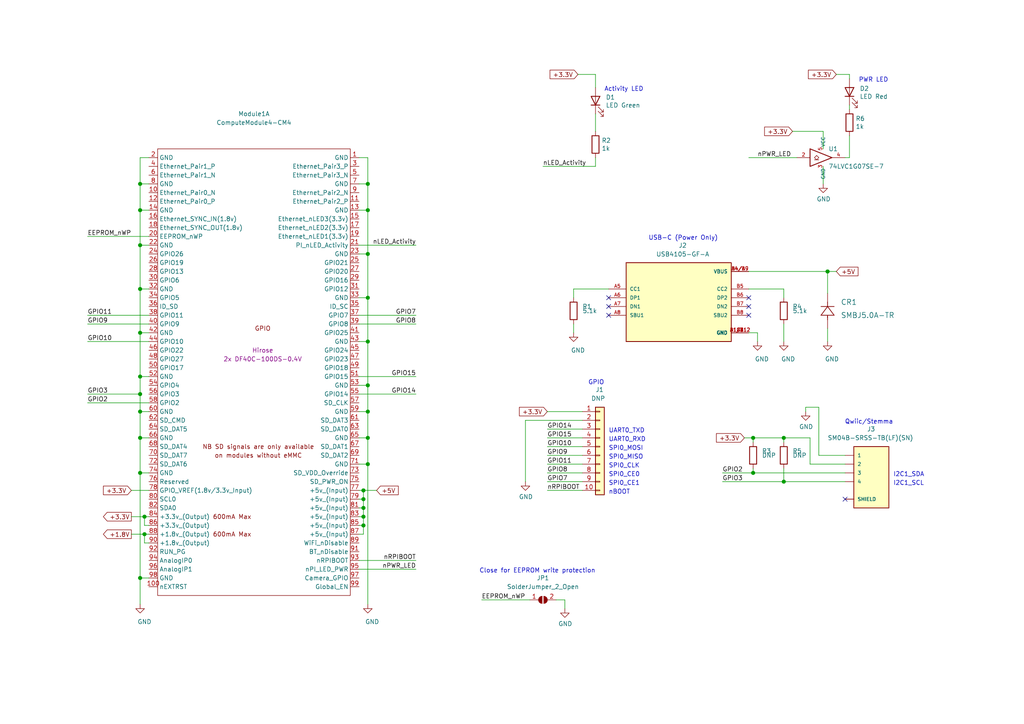
<source format=kicad_sch>
(kicad_sch (version 20201015) (generator eeschema)
  (page 1 3)
  (paper "A4")
  (title_block (title "Raspberry Pi Compute Module 4 Carrier Template") (date "2020-10-31") (rev "v01") (comment 2 "creativecommons.org/licenses/by-sa/4.0") (comment 3 "License: CC BY-SA 4.0") (comment 4 "Author: Shawn Hymel"))
  (lib_symbols
    (symbol "2020-11-06_22-01-36:SMBJ5.0A-TR" (pin_numbers hide) (pin_names (offset -1.651) hide)
      (property "Reference" "CR" (at 5.08 4.445 0))
      (property "Value" "SMBJ5.0A-TR" (at 5.08 -7.62 0))
      (symbol "SMBJ5.0A-TR_1_1"
        (polyline (pts (xy 2.54 0) (xy 3.4798 0)) (stroke (width 0.2032)))
        (polyline (pts (xy 3.81 1.905) (xy 3.81 -1.905)) (stroke (width 0.2032)))
        (polyline (pts (xy 3.175 0) (xy 3.81 0)) (stroke (width 0.2032)))
        (polyline (pts (xy 6.35 -1.905) (xy 6.35 1.905)) (stroke (width 0.2032)))
        (polyline (pts (xy 6.35 0) (xy 7.62 0)) (stroke (width 0.2032)))
        (polyline (pts (xy 6.35 0) (xy 3.81 1.905)) (stroke (width 0.2032)))
        (polyline (pts (xy 3.81 -1.905) (xy 6.35 0)) (stroke (width 0.2032)))
        (pin unspecified line (at 10.16 0 180) (length 2.54) (name "1") (number "1"))
        (pin unspecified line (at 0 0 0) (length 2.54) (name "2") (number "2"))
      )
    )
    (symbol "CM4IO:74LVC1G07_copy"
      (property "Reference" "U" (at -2.54 3.81 0))
      (property "Value" "74LVC1G07_copy" (at 0 -3.81 0))
      (symbol "74LVC1G07_copy_0_1"
        (polyline (pts (xy -2.54 -0.635) (xy -1.27 -0.635)))
        (polyline (pts (xy -3.81 2.54) (xy -3.81 -2.54) (xy 2.54 0) (xy -3.81 2.54)) (stroke (width 0.254)))
        (polyline (pts (xy -1.905 0.635) (xy -2.54 0) (xy -1.905 -0.635) (xy -1.27 0) (xy -1.905 0.635)))
      )
      (symbol "74LVC1G07_copy_1_1"
        (pin input line (at -7.62 0 0) (length 3.81) (name "~") (number "2"))
        (pin power_in line (at 0 -2.54 270) (length 0) (name "GND") (number "3"))
        (pin open_collector line (at 6.35 0 180) (length 3.81) (name "~") (number "4"))
        (pin power_in line (at 0 2.54 90) (length 0) (name "VCC") (number "5"))
      )
    )
    (symbol "CM4IO:ComputeModule4-CM4"
      (property "Reference" "Module" (at 113.03 -68.58 0))
      (property "Value" "ComputeModule4-CM4" (at 140.97 2.54 0))
      (property "Manufacturer" "Hirose" (at 0 0 0))
      (property "MPN" "2x DF40C-100DS-0.4V" (at 0 -2.54 0))
      (property "MPN (Alt)" "2x DF40HC(3.0)-100DS-0.4V" (at 0 0 0))
      (symbol "ComputeModule4-CM4_1_0"
        (text "GPIO" (at 0 6.35 0) (effects (font (size 1.27 1.27))))
      )
      (symbol "ComputeModule4-CM4_1_1"
        (text "600mA Max" (at -8.89 -53.34 0) (effects (font (size 1.27 1.27))))
        (text "600mA Max" (at -8.89 -48.26 0) (effects (font (size 1.27 1.27))))
        (text "NB SD signals are only available" (at -1.27 -27.94 0) (effects (font (size 1.27 1.27))))
        (text "on modules without eMMC" (at -1.27 -30.48 0) (effects (font (size 1.27 1.27))))
        (rectangle (start -30.48 -71.12) (end 25.4 58.42))
        (pin power_in line (at 27.94 55.88 180) (length 2.54) (name "GND") (number "1"))
        (pin passive line (at -33.02 45.72 0) (length 2.54) (name "Ethernet_Pair0_N") (number "10"))
        (pin output line (at -33.02 -68.58 0) (length 2.54) (name "nEXTRST") (number "100"))
        (pin passive line (at 27.94 43.18 180) (length 2.54) (name "Ethernet_Pair2_P") (number "11"))
        (pin passive line (at -33.02 43.18 0) (length 2.54) (name "Ethernet_Pair0_P") (number "12"))
        (pin power_in line (at 27.94 40.64 180) (length 2.54) (name "GND") (number "13"))
        (pin power_in line (at -33.02 40.64 0) (length 2.54) (name "GND") (number "14"))
        (pin output line (at 27.94 38.1 180) (length 2.54) (name "Ethernet_nLED3(3.3v)") (number "15"))
        (pin input line (at -33.02 38.1 0) (length 2.54) (name "Ethernet_SYNC_IN(1.8v)") (number "16"))
        (pin output line (at 27.94 35.56 180) (length 2.54) (name "Ethernet_nLED2(3.3v)") (number "17"))
        (pin input line (at -33.02 35.56 0) (length 2.54) (name "Ethernet_SYNC_OUT(1.8v)") (number "18"))
        (pin output line (at 27.94 33.02 180) (length 2.54) (name "Ethernet_nLED1(3.3v)") (number "19"))
        (pin power_in line (at -33.02 55.88 0) (length 2.54) (name "GND") (number "2"))
        (pin passive line (at -33.02 33.02 0) (length 2.54) (name "EEPROM_nWP") (number "20"))
        (pin open_collector line (at 27.94 30.48 180) (length 2.54) (name "PI_nLED_Activity") (number "21"))
        (pin power_in line (at -33.02 30.48 0) (length 2.54) (name "GND") (number "22"))
        (pin power_in line (at 27.94 27.94 180) (length 2.54) (name "GND") (number "23"))
        (pin passive line (at -33.02 27.94 0) (length 2.54) (name "GPIO26") (number "24"))
        (pin passive line (at 27.94 25.4 180) (length 2.54) (name "GPIO21") (number "25"))
        (pin passive line (at -33.02 25.4 0) (length 2.54) (name "GPIO19") (number "26"))
        (pin passive line (at 27.94 22.86 180) (length 2.54) (name "GPIO20") (number "27"))
        (pin passive line (at -33.02 22.86 0) (length 2.54) (name "GPIO13") (number "28"))
        (pin passive line (at 27.94 20.32 180) (length 2.54) (name "GPIO16") (number "29"))
        (pin passive line (at 27.94 53.34 180) (length 2.54) (name "Ethernet_Pair3_P") (number "3"))
        (pin passive line (at -33.02 20.32 0) (length 2.54) (name "GPIO6") (number "30"))
        (pin passive line (at 27.94 17.78 180) (length 2.54) (name "GPIO12") (number "31"))
        (pin power_in line (at -33.02 17.78 0) (length 2.54) (name "GND") (number "32"))
        (pin power_in line (at 27.94 15.24 180) (length 2.54) (name "GND") (number "33"))
        (pin passive line (at -33.02 15.24 0) (length 2.54) (name "GPIO5") (number "34"))
        (pin passive line (at 27.94 12.7 180) (length 2.54) (name "ID_SC") (number "35"))
        (pin passive line (at -33.02 12.7 0) (length 2.54) (name "ID_SD") (number "36"))
        (pin passive line (at 27.94 10.16 180) (length 2.54) (name "GPIO7") (number "37"))
        (pin passive line (at -33.02 10.16 0) (length 2.54) (name "GPIO11") (number "38"))
        (pin passive line (at 27.94 7.62 180) (length 2.54) (name "GPIO8") (number "39"))
        (pin passive line (at -33.02 53.34 0) (length 2.54) (name "Ethernet_Pair1_P") (number "4"))
        (pin passive line (at -33.02 7.62 0) (length 2.54) (name "GPIO9") (number "40"))
        (pin passive line (at 27.94 5.08 180) (length 2.54) (name "GPIO25") (number "41"))
        (pin power_in line (at -33.02 5.08 0) (length 2.54) (name "GND") (number "42"))
        (pin power_in line (at 27.94 2.54 180) (length 2.54) (name "GND") (number "43"))
        (pin passive line (at -33.02 2.54 0) (length 2.54) (name "GPIO10") (number "44"))
        (pin passive line (at 27.94 0 180) (length 2.54) (name "GPIO24") (number "45"))
        (pin passive line (at -33.02 0 0) (length 2.54) (name "GPIO22") (number "46"))
        (pin passive line (at 27.94 -2.54 180) (length 2.54) (name "GPIO23") (number "47"))
        (pin passive line (at -33.02 -2.54 0) (length 2.54) (name "GPIO27") (number "48"))
        (pin passive line (at 27.94 -5.08 180) (length 2.54) (name "GPIO18") (number "49"))
        (pin passive line (at 27.94 50.8 180) (length 2.54) (name "Ethernet_Pair3_N") (number "5"))
        (pin passive line (at -33.02 -5.08 0) (length 2.54) (name "GPIO17") (number "50"))
        (pin passive line (at 27.94 -7.62 180) (length 2.54) (name "GPIO15") (number "51"))
        (pin power_in line (at -33.02 -7.62 0) (length 2.54) (name "GND") (number "52"))
        (pin power_in line (at 27.94 -10.16 180) (length 2.54) (name "GND") (number "53"))
        (pin passive line (at -33.02 -10.16 0) (length 2.54) (name "GPIO4") (number "54"))
        (pin passive line (at 27.94 -12.7 180) (length 2.54) (name "GPIO14") (number "55"))
        (pin passive line (at -33.02 -12.7 0) (length 2.54) (name "GPIO3") (number "56"))
        (pin passive line (at 27.94 -15.24 180) (length 2.54) (name "SD_CLK") (number "57"))
        (pin passive line (at -33.02 -15.24 0) (length 2.54) (name "GPIO2") (number "58"))
        (pin power_in line (at 27.94 -17.78 180) (length 2.54) (name "GND") (number "59"))
        (pin passive line (at -33.02 50.8 0) (length 2.54) (name "Ethernet_Pair1_N") (number "6"))
        (pin power_in line (at -33.02 -17.78 0) (length 2.54) (name "GND") (number "60"))
        (pin passive line (at 27.94 -20.32 180) (length 2.54) (name "SD_DAT3") (number "61"))
        (pin passive line (at -33.02 -20.32 0) (length 2.54) (name "SD_CMD") (number "62"))
        (pin passive line (at 27.94 -22.86 180) (length 2.54) (name "SD_DAT0") (number "63"))
        (pin passive line (at -33.02 -22.86 0) (length 2.54) (name "SD_DAT5") (number "64"))
        (pin power_in line (at 27.94 -25.4 180) (length 2.54) (name "GND") (number "65"))
        (pin power_in line (at -33.02 -25.4 0) (length 2.54) (name "GND") (number "66"))
        (pin passive line (at 27.94 -27.94 180) (length 2.54) (name "SD_DAT1") (number "67"))
        (pin passive line (at -33.02 -27.94 0) (length 2.54) (name "SD_DAT4") (number "68"))
        (pin passive line (at 27.94 -30.48 180) (length 2.54) (name "SD_DAT2") (number "69"))
        (pin power_in line (at 27.94 48.26 180) (length 2.54) (name "GND") (number "7"))
        (pin passive line (at -33.02 -30.48 0) (length 2.54) (name "SD_DAT7") (number "70"))
        (pin power_in line (at 27.94 -33.02 180) (length 2.54) (name "GND") (number "71"))
        (pin passive line (at -33.02 -33.02 0) (length 2.54) (name "SD_DAT6") (number "72"))
        (pin input line (at 27.94 -35.56 180) (length 2.54) (name "SD_VDD_Override") (number "73"))
        (pin power_in line (at -33.02 -35.56 0) (length 2.54) (name "GND") (number "74"))
        (pin output line (at 27.94 -38.1 180) (length 2.54) (name "SD_PWR_ON") (number "75"))
        (pin passive line (at -33.02 -38.1 0) (length 2.54) (name "Reserved") (number "76"))
        (pin power_in line (at 27.94 -40.64 180) (length 2.54) (name "+5v_(Input)") (number "77"))
        (pin power_in line (at -33.02 -40.64 0) (length 2.54) (name "GPIO_VREF(1.8v/3.3v_Input)") (number "78"))
        (pin power_in line (at 27.94 -43.18 180) (length 2.54) (name "+5v_(Input)") (number "79"))
        (pin power_in line (at -33.02 48.26 0) (length 2.54) (name "GND") (number "8"))
        (pin passive line (at -33.02 -43.18 0) (length 2.54) (name "SCL0") (number "80"))
        (pin power_in line (at 27.94 -45.72 180) (length 2.54) (name "+5v_(Input)") (number "81"))
        (pin passive line (at -33.02 -45.72 0) (length 2.54) (name "SDA0") (number "82"))
        (pin power_in line (at 27.94 -48.26 180) (length 2.54) (name "+5v_(Input)") (number "83"))
        (pin power_out line (at -33.02 -48.26 0) (length 2.54) (name "+3.3v_(Output)") (number "84"))
        (pin power_in line (at 27.94 -50.8 180) (length 2.54) (name "+5v_(Input)") (number "85"))
        (pin power_out line (at -33.02 -50.8 0) (length 2.54) (name "+3.3v_(Output)") (number "86"))
        (pin power_in line (at 27.94 -53.34 180) (length 2.54) (name "+5v_(Input)") (number "87"))
        (pin power_out line (at -33.02 -53.34 0) (length 2.54) (name "+1.8v_(Output)") (number "88"))
        (pin power_in line (at 27.94 -55.88 180) (length 2.54) (name "WiFi_nDisable") (number "89"))
        (pin passive line (at 27.94 45.72 180) (length 2.54) (name "Ethernet_Pair2_N") (number "9"))
        (pin power_out line (at -33.02 -55.88 0) (length 2.54) (name "+1.8v_(Output)") (number "90"))
        (pin power_in line (at 27.94 -58.42 180) (length 2.54) (name "BT_nDisable") (number "91"))
        (pin passive line (at -33.02 -58.42 0) (length 2.54) (name "RUN_PG") (number "92"))
        (pin input line (at 27.94 -60.96 180) (length 2.54) (name "nRPIBOOT") (number "93"))
        (pin passive line (at -33.02 -60.96 0) (length 2.54) (name "AnalogIP0") (number "94"))
        (pin output line (at 27.94 -63.5 180) (length 2.54) (name "nPI_LED_PWR") (number "95"))
        (pin passive line (at -33.02 -63.5 0) (length 2.54) (name "AnalogIP1") (number "96"))
        (pin passive line (at 27.94 -66.04 180) (length 2.54) (name "Camera_GPIO") (number "97"))
        (pin power_in line (at -33.02 -66.04 0) (length 2.54) (name "GND") (number "98"))
        (pin input line (at 27.94 -68.58 180) (length 2.54) (name "Global_EN") (number "99"))
      )
      (symbol "ComputeModule4-CM4_2_1"
        (text "High Speed Serial" (at 140.97 0 0) (effects (font (size 1.27 1.27))))
        (rectangle (start 114.3 -66.04) (end 165.1 63.5))
        (pin input line (at 170.18 60.96 180) (length 5.08) (name "USB_OTG_ID") (number "101"))
        (pin input line (at 109.22 60.96 0) (length 5.08) (name "PCIe_CLK_nREQ") (number "102"))
        (pin passive line (at 170.18 58.42 180) (length 5.08) (name "USB2_N") (number "103"))
        (pin passive line (at 109.22 58.42 0) (length 5.08) (name "Reserved") (number "104"))
        (pin passive line (at 170.18 55.88 180) (length 5.08) (name "USB2_P") (number "105"))
        (pin passive line (at 109.22 55.88 0) (length 5.08) (name "Reserved") (number "106"))
        (pin power_in line (at 170.18 53.34 180) (length 5.08) (name "GND") (number "107"))
        (pin power_in line (at 109.22 53.34 0) (length 5.08) (name "GND") (number "108"))
        (pin bidirectional line (at 170.18 50.8 180) (length 5.08) (name "PCIe_nRST") (number "109"))
        (pin output line (at 109.22 50.8 0) (length 5.08) (name "PCIe_CLK_P") (number "110"))
        (pin passive line (at 170.18 48.26 180) (length 5.08) (name "VDAC_COMP") (number "111"))
        (pin output line (at 109.22 48.26 0) (length 5.08) (name "PCIe_CLK_N") (number "112"))
        (pin power_in line (at 170.18 45.72 180) (length 5.08) (name "GND") (number "113"))
        (pin power_in line (at 109.22 45.72 0) (length 5.08) (name "GND") (number "114"))
        (pin input line (at 170.18 43.18 180) (length 5.08) (name "CAM1_D0_N") (number "115"))
        (pin input line (at 109.22 43.18 0) (length 5.08) (name "PCIe_RX_P") (number "116"))
        (pin input line (at 170.18 40.64 180) (length 5.08) (name "CAM1_D0_P") (number "117"))
        (pin input line (at 109.22 40.64 0) (length 5.08) (name "PCIe_RX_N") (number "118"))
        (pin power_in line (at 170.18 38.1 180) (length 5.08) (name "GND") (number "119"))
        (pin power_in line (at 109.22 38.1 0) (length 5.08) (name "GND") (number "120"))
        (pin input line (at 170.18 35.56 180) (length 5.08) (name "CAM1_D1_N") (number "121"))
        (pin output line (at 109.22 35.56 0) (length 5.08) (name "PCIe_TX_P") (number "122"))
        (pin input line (at 170.18 33.02 180) (length 5.08) (name "CAM1_D1_P") (number "123"))
        (pin output line (at 109.22 33.02 0) (length 5.08) (name "PCIe_TX_N") (number "124"))
        (pin power_in line (at 170.18 30.48 180) (length 5.08) (name "GND") (number "125"))
        (pin power_in line (at 109.22 30.48 0) (length 5.08) (name "GND") (number "126"))
        (pin input line (at 170.18 27.94 180) (length 5.08) (name "CAM1_C_N") (number "127"))
        (pin input line (at 109.22 27.94 0) (length 5.08) (name "CAM0_D0_N") (number "128"))
        (pin input line (at 170.18 25.4 180) (length 5.08) (name "CAM1_C_P") (number "129"))
        (pin input line (at 109.22 25.4 0) (length 5.08) (name "CAM0_D0_P") (number "130"))
        (pin power_in line (at 170.18 22.86 180) (length 5.08) (name "GND") (number "131"))
        (pin power_in line (at 109.22 22.86 0) (length 5.08) (name "GND") (number "132"))
        (pin input line (at 170.18 20.32 180) (length 5.08) (name "CAM1_D2_N") (number "133"))
        (pin input line (at 109.22 20.32 0) (length 5.08) (name "CAM0_D1_N") (number "134"))
        (pin input line (at 170.18 17.78 180) (length 5.08) (name "CAM1_D2_P") (number "135"))
        (pin input line (at 109.22 17.78 0) (length 5.08) (name "CAM0_D1_P") (number "136"))
        (pin power_in line (at 170.18 15.24 180) (length 5.08) (name "GND") (number "137"))
        (pin power_in line (at 109.22 15.24 0) (length 5.08) (name "GND") (number "138"))
        (pin input line (at 170.18 12.7 180) (length 5.08) (name "CAM1_D3_N") (number "139"))
        (pin input line (at 109.22 12.7 0) (length 5.08) (name "CAM0_C_N") (number "140"))
        (pin input line (at 170.18 10.16 180) (length 5.08) (name "CAM1_D3_P") (number "141"))
        (pin input line (at 109.22 10.16 0) (length 5.08) (name "CAM0_C_P") (number "142"))
        (pin input line (at 170.18 7.62 180) (length 5.08) (name "HDMI1_HOTPLUG") (number "143"))
        (pin power_in line (at 109.22 7.62 0) (length 5.08) (name "GND") (number "144"))
        (pin bidirectional line (at 170.18 5.08 180) (length 5.08) (name "HDMI1_SDA") (number "145"))
        (pin output line (at 109.22 5.08 0) (length 5.08) (name "HDMI1_TX2_P") (number "146"))
        (pin open_collector line (at 170.18 2.54 180) (length 5.08) (name "HDMI1_SCL") (number "147"))
        (pin output line (at 109.22 2.54 0) (length 5.08) (name "HDMI1_TX2_N") (number "148"))
        (pin open_collector line (at 170.18 0 180) (length 5.08) (name "HDMI1_CEC") (number "149"))
        (pin power_in line (at 109.22 0 0) (length 5.08) (name "GND") (number "150"))
        (pin open_collector line (at 170.18 -2.54 180) (length 5.08) (name "HDMI0_CEC") (number "151"))
        (pin output line (at 109.22 -2.54 0) (length 5.08) (name "HDMI1_TX1_P") (number "152"))
        (pin input line (at 170.18 -5.08 180) (length 5.08) (name "HDMI0_HOTPLUG") (number "153"))
        (pin output line (at 109.22 -5.08 0) (length 5.08) (name "HDMI1_TX1_N") (number "154"))
        (pin power_in line (at 170.18 -7.62 180) (length 5.08) (name "GND") (number "155"))
        (pin power_in line (at 109.22 -7.62 0) (length 5.08) (name "GND") (number "156"))
        (pin output line (at 170.18 -10.16 180) (length 5.08) (name "DSI0_D0_N") (number "157"))
        (pin output line (at 109.22 -10.16 0) (length 5.08) (name "HDMI1_TX0_P") (number "158"))
        (pin output line (at 170.18 -12.7 180) (length 5.08) (name "DSI0_D0_P") (number "159"))
        (pin output line (at 109.22 -12.7 0) (length 5.08) (name "HDMI1_TX0_N") (number "160"))
        (pin power_in line (at 170.18 -15.24 180) (length 5.08) (name "GND") (number "161"))
        (pin power_in line (at 109.22 -15.24 0) (length 5.08) (name "GND") (number "162"))
        (pin output line (at 170.18 -17.78 180) (length 5.08) (name "DSI0_D1_N") (number "163"))
        (pin output line (at 109.22 -17.78 0) (length 5.08) (name "HDMI1_CLK_P") (number "164"))
        (pin output line (at 170.18 -20.32 180) (length 5.08) (name "DSI0_D1_P") (number "165"))
        (pin output line (at 109.22 -20.32 0) (length 5.08) (name "HDMI1_CLK_N") (number "166"))
        (pin power_in line (at 170.18 -22.86 180) (length 5.08) (name "GND") (number "167"))
        (pin power_in line (at 109.22 -22.86 0) (length 5.08) (name "GND") (number "168"))
        (pin output line (at 170.18 -25.4 180) (length 5.08) (name "DSI0_C_N") (number "169"))
        (pin output line (at 109.22 -25.4 0) (length 5.08) (name "HDMI0_TX2_P") (number "170"))
        (pin output line (at 170.18 -27.94 180) (length 5.08) (name "DSI0_C_P") (number "171"))
        (pin output line (at 109.22 -27.94 0) (length 5.08) (name "HDMI0_TX2_N") (number "172"))
        (pin power_in line (at 170.18 -30.48 180) (length 5.08) (name "GND") (number "173"))
        (pin power_in line (at 109.22 -30.48 0) (length 5.08) (name "GND") (number "174"))
        (pin output line (at 170.18 -33.02 180) (length 5.08) (name "DSI1_D0_N") (number "175"))
        (pin output line (at 109.22 -33.02 0) (length 5.08) (name "HDMI0_TX1_P") (number "176"))
        (pin output line (at 170.18 -35.56 180) (length 5.08) (name "DSI1_D0_P") (number "177"))
        (pin output line (at 109.22 -35.56 0) (length 5.08) (name "HDMI0_TX1_N") (number "178"))
        (pin power_in line (at 170.18 -38.1 180) (length 5.08) (name "GND") (number "179"))
        (pin power_in line (at 109.22 -38.1 0) (length 5.08) (name "GND") (number "180"))
        (pin output line (at 170.18 -40.64 180) (length 5.08) (name "DSI1_D1_N") (number "181"))
        (pin output line (at 109.22 -40.64 0) (length 5.08) (name "HDMI0_TX0_P") (number "182"))
        (pin output line (at 170.18 -43.18 180) (length 5.08) (name "DSI1_D1_P") (number "183"))
        (pin output line (at 109.22 -43.18 0) (length 5.08) (name "HDMI0_TX0_N") (number "184"))
        (pin power_in line (at 170.18 -45.72 180) (length 5.08) (name "GND") (number "185"))
        (pin power_in line (at 109.22 -45.72 0) (length 5.08) (name "GND") (number "186"))
        (pin output line (at 170.18 -48.26 180) (length 5.08) (name "DSI1_C_N") (number "187"))
        (pin output line (at 109.22 -48.26 0) (length 5.08) (name "HDMI0_CLK_P") (number "188"))
        (pin output line (at 170.18 -50.8 180) (length 5.08) (name "DSI1_C_P") (number "189"))
        (pin output line (at 109.22 -50.8 0) (length 5.08) (name "HDMI0_CLK_N") (number "190"))
        (pin power_in line (at 170.18 -53.34 180) (length 5.08) (name "GND") (number "191"))
        (pin power_in line (at 109.22 -53.34 0) (length 5.08) (name "GND") (number "192"))
        (pin output line (at 170.18 -55.88 180) (length 5.08) (name "DSI1_D2_N") (number "193"))
        (pin output line (at 109.22 -55.88 0) (length 5.08) (name "DSI1_D3_N") (number "194"))
        (pin output line (at 170.18 -58.42 180) (length 5.08) (name "DSI1_D2_P") (number "195"))
        (pin output line (at 109.22 -58.42 0) (length 5.08) (name "DSI1_D3_P") (number "196"))
        (pin power_in line (at 170.18 -60.96 180) (length 5.08) (name "GND") (number "197"))
        (pin power_in line (at 109.22 -60.96 0) (length 5.08) (name "GND") (number "198"))
        (pin bidirectional line (at 170.18 -63.5 180) (length 5.08) (name "HDMI0_SDA") (number "199"))
        (pin open_collector line (at 109.22 -63.5 0) (length 5.08) (name "HDMI0_SCL") (number "200"))
      )
    )
    (symbol "Connector_Generic:Conn_01x10" (pin_names (offset 1.016) hide)
      (property "Reference" "J" (at 0 12.7 0))
      (property "Value" "Conn_01x10" (at 0 -15.24 0))
      (symbol "Conn_01x10_1_1"
        (rectangle (start -1.27 -4.953) (end 0 -5.207) (stroke (width 0.1524)))
        (rectangle (start -1.27 -7.493) (end 0 -7.747) (stroke (width 0.1524)))
        (rectangle (start -1.27 -10.033) (end 0 -10.287) (stroke (width 0.1524)))
        (rectangle (start -1.27 -12.573) (end 0 -12.827) (stroke (width 0.1524)))
        (rectangle (start -1.27 -2.413) (end 0 -2.667) (stroke (width 0.1524)))
        (rectangle (start -1.27 2.667) (end 0 2.413) (stroke (width 0.1524)))
        (rectangle (start -1.27 5.207) (end 0 4.953) (stroke (width 0.1524)))
        (rectangle (start -1.27 7.747) (end 0 7.493) (stroke (width 0.1524)))
        (rectangle (start -1.27 10.287) (end 0 10.033) (stroke (width 0.1524)))
        (rectangle (start -1.27 11.43) (end 1.27 -13.97) (stroke (width 0.254)) (fill (type background)))
        (rectangle (start -1.27 0.127) (end 0 -0.127) (stroke (width 0.1524)))
        (pin passive line (at -5.08 10.16 0) (length 3.81) (name "Pin_1") (number "1"))
        (pin passive line (at -5.08 -12.7 0) (length 3.81) (name "Pin_10") (number "10"))
        (pin passive line (at -5.08 7.62 0) (length 3.81) (name "Pin_2") (number "2"))
        (pin passive line (at -5.08 5.08 0) (length 3.81) (name "Pin_3") (number "3"))
        (pin passive line (at -5.08 2.54 0) (length 3.81) (name "Pin_4") (number "4"))
        (pin passive line (at -5.08 0 0) (length 3.81) (name "Pin_5") (number "5"))
        (pin passive line (at -5.08 -2.54 0) (length 3.81) (name "Pin_6") (number "6"))
        (pin passive line (at -5.08 -5.08 0) (length 3.81) (name "Pin_7") (number "7"))
        (pin passive line (at -5.08 -7.62 0) (length 3.81) (name "Pin_8") (number "8"))
        (pin passive line (at -5.08 -10.16 0) (length 3.81) (name "Pin_9") (number "9"))
      )
    )
    (symbol "Device:LED" (pin_numbers hide) (pin_names (offset 1.016) hide)
      (property "Reference" "D" (at 0 2.54 0))
      (property "Value" "LED" (at 0 -2.54 0))
      (symbol "LED_0_1"
        (polyline (pts (xy -1.27 -1.27) (xy -1.27 1.27)) (stroke (width 0.254)))
        (polyline (pts (xy -1.27 0) (xy 1.27 0)))
        (polyline (pts (xy 1.27 -1.27) (xy 1.27 1.27) (xy -1.27 0) (xy 1.27 -1.27)) (stroke (width 0.254)))
        (polyline (pts (xy -3.048 -0.762) (xy -4.572 -2.286) (xy -3.81 -2.286) (xy -4.572 -2.286) (xy -4.572 -1.524)))
        (polyline (pts (xy -1.778 -0.762) (xy -3.302 -2.286) (xy -2.54 -2.286) (xy -3.302 -2.286) (xy -3.302 -1.524)))
      )
      (symbol "LED_1_1"
        (pin passive line (at -3.81 0 0) (length 2.54) (name "K") (number "1"))
        (pin passive line (at 3.81 0 180) (length 2.54) (name "A") (number "2"))
      )
    )
    (symbol "Device:R" (pin_numbers hide) (pin_names (offset 0))
      (property "Reference" "R" (at 2.032 0 90))
      (property "Value" "R" (at 0 0 90))
      (symbol "R_0_1"
        (rectangle (start -1.016 -2.54) (end 1.016 2.54) (stroke (width 0.254)))
      )
      (symbol "R_1_1"
        (pin passive line (at 0 3.81 270) (length 1.27) (name "~") (number "1"))
        (pin passive line (at 0 -3.81 90) (length 1.27) (name "~") (number "2"))
      )
    )
    (symbol "Jumper:SolderJumper_2_Open" (pin_names (offset 0) hide)
      (property "Reference" "JP" (at 0 2.032 0))
      (property "Value" "SolderJumper_2_Open" (at 0 -2.54 0))
      (symbol "SolderJumper_2_Open_0_1"
        (arc (start -0.254 1.016) (end -0.254 -1.016) (radius (at -0.254 0) (length 1.016) (angles 90.1 -90.1)))
        (arc (start -0.254 1.016) (end -0.254 -1.016) (radius (at -0.254 0) (length 1.016) (angles 90.1 -90.1)) (fill (type outline)))
        (arc (start 0.254 -1.016) (end 0.254 1.016) (radius (at 0.254 0) (length 1.016) (angles -89.9 89.9)))
        (arc (start 0.254 -1.016) (end 0.254 1.016) (radius (at 0.254 0) (length 1.016) (angles -89.9 89.9)) (fill (type outline)))
        (polyline (pts (xy -0.254 1.016) (xy -0.254 -1.016)))
        (polyline (pts (xy 0.254 1.016) (xy 0.254 -1.016)))
      )
      (symbol "SolderJumper_2_Open_1_1"
        (pin passive line (at -3.81 0 0) (length 2.54) (name "A") (number "1"))
        (pin passive line (at 3.81 0 180) (length 2.54) (name "B") (number "2"))
      )
    )
    (symbol "SM04B-SRSS-TB_LF__SN_:SM04B-SRSS-TB(LF)(SN)" (pin_numbers hide) (pin_names (offset 1.016))
      (property "Reference" "J" (at -5.08 8.1534 0))
      (property "Value" "SM04B-SRSS-TB(LF)(SN)" (at -5.08 -11.9634 0))
      (symbol "SM04B-SRSS-TB(LF)(SN)_0_0"
        (rectangle (start -5.08 -10.16) (end 5.08 7.62) (stroke (width 0.254)) (fill (type background)))
        (pin passive line (at -7.62 5.08 0) (length 2.54) (name "1") (number "1"))
        (pin passive line (at -7.62 2.54 0) (length 2.54) (name "2") (number "2"))
        (pin passive line (at -7.62 0 0) (length 2.54) (name "3") (number "3"))
        (pin passive line (at -7.62 -2.54 0) (length 2.54) (name "4") (number "4"))
        (pin passive line (at -7.62 -7.62 0) (length 2.54) (name "SHIELD") (number "S1"))
        (pin passive line (at -7.62 -7.62 0) (length 2.54) (name "SHIELD") (number "S2"))
      )
    )
    (symbol "USB4105-GF-A:USB4105-GF-A" (pin_names (offset 1.016))
      (property "Reference" "J" (at -15.24 13.97 0))
      (property "Value" "USB4105-GF-A" (at -15.24 -12.7 0))
      (symbol "USB4105-GF-A_0_0"
        (rectangle (start -15.24 -10.16) (end 15.24 12.7) (stroke (width 0.254)) (fill (type background)))
        (pin bidirectional line (at -20.32 5.08 0) (length 5.08) (name "CC1") (number "A5"))
        (pin bidirectional line (at -20.32 2.54 0) (length 5.08) (name "DP1") (number "A6"))
        (pin bidirectional line (at -20.32 0 0) (length 5.08) (name "DN1") (number "A7"))
        (pin bidirectional line (at -20.32 -2.54 0) (length 5.08) (name "SBU1") (number "A8"))
        (pin power_in line (at 20.32 10.16 180) (length 5.08) (name "VBUS") (number "A4/B9"))
        (pin power_in line (at 20.32 10.16 180) (length 5.08) (name "VBUS") (number "B4/A9"))
        (pin bidirectional line (at 20.32 5.08 180) (length 5.08) (name "CC2") (number "B5"))
        (pin bidirectional line (at 20.32 2.54 180) (length 5.08) (name "DP2") (number "B6"))
        (pin bidirectional line (at 20.32 0 180) (length 5.08) (name "DN2") (number "B7"))
        (pin bidirectional line (at 20.32 -2.54 180) (length 5.08) (name "SBU2") (number "B8"))
        (pin power_in line (at 20.32 -7.62 180) (length 5.08) (name "GND") (number "A1/B12"))
        (pin power_in line (at 20.32 -7.62 180) (length 5.08) (name "GND") (number "B1/A12"))
        (pin power_in line (at 20.32 -7.62 180) (length 5.08) (name "GND") (number "G1"))
        (pin power_in line (at 20.32 -7.62 180) (length 5.08) (name "GND") (number "G2"))
        (pin power_in line (at 20.32 -7.62 180) (length 5.08) (name "GND") (number "G3"))
        (pin power_in line (at 20.32 -7.62 180) (length 5.08) (name "GND") (number "G4"))
      )
    )
    (symbol "power:GND" (power) (pin_names (offset 0))
      (property "Value" "GND" (at 0 -3.81 0))
      (symbol "GND_0_1"
        (polyline (pts (xy 0 0) (xy 0 -1.27) (xy 1.27 -1.27) (xy 0 -2.54) (xy -1.27 -1.27) (xy 0 -1.27)))
      )
      (symbol "GND_1_1"
        (pin power_in line (at 0 0 270) (length 0) hide (name "GND") (number "1"))
      )
    )
  )
  (junction (at 40.64 53.34) (diameter 1.016))
  (junction (at 40.64 60.96) (diameter 1.016))
  (junction (at 40.64 71.12) (diameter 1.016))
  (junction (at 40.64 83.82) (diameter 1.016))
  (junction (at 40.64 96.52) (diameter 1.016))
  (junction (at 40.64 109.22) (diameter 1.016))
  (junction (at 40.64 114.3) (diameter 1.016))
  (junction (at 40.64 119.38) (diameter 1.016))
  (junction (at 40.64 127) (diameter 1.016))
  (junction (at 40.64 137.16) (diameter 1.016))
  (junction (at 40.64 167.64) (diameter 1.016))
  (junction (at 41.91 149.86) (diameter 1.016))
  (junction (at 41.91 154.94) (diameter 1.016))
  (junction (at 105.41 142.24) (diameter 1.016))
  (junction (at 105.41 144.78) (diameter 1.016))
  (junction (at 105.41 147.32) (diameter 1.016))
  (junction (at 105.41 149.86) (diameter 1.016))
  (junction (at 105.41 152.4) (diameter 1.016))
  (junction (at 106.68 53.34) (diameter 1.016))
  (junction (at 106.68 60.96) (diameter 1.016))
  (junction (at 106.68 73.66) (diameter 1.016))
  (junction (at 106.68 86.36) (diameter 1.016))
  (junction (at 106.68 99.06) (diameter 1.016))
  (junction (at 106.68 111.76) (diameter 1.016))
  (junction (at 106.68 119.38) (diameter 1.016))
  (junction (at 106.68 127) (diameter 1.016))
  (junction (at 106.68 134.62) (diameter 1.016))
  (junction (at 218.44 127) (diameter 1.016))
  (junction (at 218.44 137.16) (diameter 1.016))
  (junction (at 227.33 127) (diameter 1.016))
  (junction (at 227.33 139.7) (diameter 1.016))
  (junction (at 240.03 78.74) (diameter 1.016))
  (no_connect (at 176.53 88.9))
  (no_connect (at 217.17 88.9))
  (no_connect (at 217.17 91.44))
  (no_connect (at 217.17 86.36))
  (no_connect (at 245.11 144.78))
  (no_connect (at 176.53 86.36))
  (no_connect (at 176.53 91.44))
  (wire (pts (xy 25.4 68.58) (xy 43.18 68.58)))
  (wire (pts (xy 25.4 91.44) (xy 43.18 91.44)))
  (wire (pts (xy 25.4 93.98) (xy 43.18 93.98)))
  (wire (pts (xy 25.4 99.06) (xy 43.18 99.06)))
  (wire (pts (xy 25.4 114.3) (xy 40.64 114.3)))
  (wire (pts (xy 25.4 116.84) (xy 43.18 116.84)))
  (wire (pts (xy 38.1 142.24) (xy 43.18 142.24)))
  (wire (pts (xy 38.1 149.86) (xy 41.91 149.86)))
  (wire (pts (xy 38.1 154.94) (xy 41.91 154.94)))
  (wire (pts (xy 40.64 45.72) (xy 40.64 53.34)))
  (wire (pts (xy 40.64 53.34) (xy 40.64 60.96)))
  (wire (pts (xy 40.64 53.34) (xy 43.18 53.34)))
  (wire (pts (xy 40.64 60.96) (xy 40.64 71.12)))
  (wire (pts (xy 40.64 60.96) (xy 43.18 60.96)))
  (wire (pts (xy 40.64 71.12) (xy 40.64 83.82)))
  (wire (pts (xy 40.64 71.12) (xy 43.18 71.12)))
  (wire (pts (xy 40.64 83.82) (xy 40.64 96.52)))
  (wire (pts (xy 40.64 83.82) (xy 43.18 83.82)))
  (wire (pts (xy 40.64 96.52) (xy 40.64 109.22)))
  (wire (pts (xy 40.64 96.52) (xy 43.18 96.52)))
  (wire (pts (xy 40.64 109.22) (xy 40.64 114.3)))
  (wire (pts (xy 40.64 109.22) (xy 43.18 109.22)))
  (wire (pts (xy 40.64 114.3) (xy 40.64 119.38)))
  (wire (pts (xy 40.64 119.38) (xy 40.64 127)))
  (wire (pts (xy 40.64 119.38) (xy 43.18 119.38)))
  (wire (pts (xy 40.64 127) (xy 40.64 137.16)))
  (wire (pts (xy 40.64 127) (xy 43.18 127)))
  (wire (pts (xy 40.64 137.16) (xy 40.64 167.64)))
  (wire (pts (xy 40.64 137.16) (xy 43.18 137.16)))
  (wire (pts (xy 40.64 167.64) (xy 40.64 175.26)))
  (wire (pts (xy 40.64 167.64) (xy 43.18 167.64)))
  (wire (pts (xy 41.91 149.86) (xy 43.18 149.86)))
  (wire (pts (xy 41.91 152.4) (xy 41.91 149.86)))
  (wire (pts (xy 41.91 154.94) (xy 43.18 154.94)))
  (wire (pts (xy 41.91 157.48) (xy 41.91 154.94)))
  (wire (pts (xy 43.18 45.72) (xy 40.64 45.72)))
  (wire (pts (xy 43.18 152.4) (xy 41.91 152.4)))
  (wire (pts (xy 43.18 157.48) (xy 41.91 157.48)))
  (wire (pts (xy 104.14 45.72) (xy 106.68 45.72)))
  (wire (pts (xy 104.14 53.34) (xy 106.68 53.34)))
  (wire (pts (xy 104.14 60.96) (xy 106.68 60.96)))
  (wire (pts (xy 104.14 71.12) (xy 120.65 71.12)))
  (wire (pts (xy 104.14 73.66) (xy 106.68 73.66)))
  (wire (pts (xy 104.14 86.36) (xy 106.68 86.36)))
  (wire (pts (xy 104.14 91.44) (xy 120.65 91.44)))
  (wire (pts (xy 104.14 93.98) (xy 120.65 93.98)))
  (wire (pts (xy 104.14 99.06) (xy 106.68 99.06)))
  (wire (pts (xy 104.14 109.22) (xy 120.65 109.22)))
  (wire (pts (xy 104.14 111.76) (xy 106.68 111.76)))
  (wire (pts (xy 104.14 114.3) (xy 120.65 114.3)))
  (wire (pts (xy 104.14 119.38) (xy 106.68 119.38)))
  (wire (pts (xy 104.14 127) (xy 106.68 127)))
  (wire (pts (xy 104.14 134.62) (xy 106.68 134.62)))
  (wire (pts (xy 104.14 142.24) (xy 105.41 142.24)))
  (wire (pts (xy 104.14 144.78) (xy 105.41 144.78)))
  (wire (pts (xy 104.14 147.32) (xy 105.41 147.32)))
  (wire (pts (xy 104.14 149.86) (xy 105.41 149.86)))
  (wire (pts (xy 104.14 152.4) (xy 105.41 152.4)))
  (wire (pts (xy 104.14 154.94) (xy 105.41 154.94)))
  (wire (pts (xy 104.14 162.56) (xy 120.65 162.56)))
  (wire (pts (xy 104.14 165.1) (xy 120.65 165.1)))
  (wire (pts (xy 105.41 142.24) (xy 109.22 142.24)))
  (wire (pts (xy 105.41 144.78) (xy 105.41 142.24)))
  (wire (pts (xy 105.41 147.32) (xy 105.41 144.78)))
  (wire (pts (xy 105.41 149.86) (xy 105.41 147.32)))
  (wire (pts (xy 105.41 152.4) (xy 105.41 149.86)))
  (wire (pts (xy 105.41 154.94) (xy 105.41 152.4)))
  (wire (pts (xy 106.68 45.72) (xy 106.68 53.34)))
  (wire (pts (xy 106.68 53.34) (xy 106.68 60.96)))
  (wire (pts (xy 106.68 60.96) (xy 106.68 73.66)))
  (wire (pts (xy 106.68 73.66) (xy 106.68 86.36)))
  (wire (pts (xy 106.68 86.36) (xy 106.68 99.06)))
  (wire (pts (xy 106.68 99.06) (xy 106.68 111.76)))
  (wire (pts (xy 106.68 111.76) (xy 106.68 119.38)))
  (wire (pts (xy 106.68 119.38) (xy 106.68 127)))
  (wire (pts (xy 106.68 127) (xy 106.68 134.62)))
  (wire (pts (xy 106.68 134.62) (xy 106.68 175.26)))
  (wire (pts (xy 139.7 173.99) (xy 153.67 173.99)))
  (wire (pts (xy 152.4 121.92) (xy 152.4 139.7)))
  (wire (pts (xy 152.4 121.92) (xy 168.91 121.92)))
  (wire (pts (xy 157.48 48.26) (xy 172.72 48.26)))
  (wire (pts (xy 158.75 119.38) (xy 168.91 119.38)))
  (wire (pts (xy 158.75 124.46) (xy 168.91 124.46)))
  (wire (pts (xy 158.75 127) (xy 168.91 127)))
  (wire (pts (xy 158.75 129.54) (xy 168.91 129.54)))
  (wire (pts (xy 158.75 132.08) (xy 168.91 132.08)))
  (wire (pts (xy 158.75 134.62) (xy 168.91 134.62)))
  (wire (pts (xy 158.75 137.16) (xy 168.91 137.16)))
  (wire (pts (xy 158.75 139.7) (xy 168.91 139.7)))
  (wire (pts (xy 158.75 142.24) (xy 168.91 142.24)))
  (wire (pts (xy 161.29 173.99) (xy 163.83 173.99)))
  (wire (pts (xy 163.83 173.99) (xy 163.83 176.53)))
  (wire (pts (xy 166.37 83.82) (xy 166.37 86.36)))
  (wire (pts (xy 166.37 93.98) (xy 166.37 96.52)))
  (wire (pts (xy 167.64 21.59) (xy 172.72 21.59)))
  (wire (pts (xy 172.72 25.4) (xy 172.72 21.59)))
  (wire (pts (xy 172.72 33.02) (xy 172.72 38.1)))
  (wire (pts (xy 172.72 48.26) (xy 172.72 45.72)))
  (wire (pts (xy 176.53 83.82) (xy 166.37 83.82)))
  (wire (pts (xy 209.55 137.16) (xy 218.44 137.16)))
  (wire (pts (xy 209.55 139.7) (xy 227.33 139.7)))
  (wire (pts (xy 215.9 127) (xy 218.44 127)))
  (wire (pts (xy 217.17 45.72) (xy 231.14 45.72)))
  (wire (pts (xy 217.17 78.74) (xy 240.03 78.74)))
  (wire (pts (xy 217.17 83.82) (xy 227.33 83.82)))
  (wire (pts (xy 217.17 96.52) (xy 219.71 96.52)))
  (wire (pts (xy 218.44 127) (xy 218.44 128.27)))
  (wire (pts (xy 218.44 127) (xy 227.33 127)))
  (wire (pts (xy 218.44 135.89) (xy 218.44 137.16)))
  (wire (pts (xy 218.44 137.16) (xy 245.11 137.16)))
  (wire (pts (xy 219.71 96.52) (xy 219.71 99.06)))
  (wire (pts (xy 227.33 83.82) (xy 227.33 86.36)))
  (wire (pts (xy 227.33 93.98) (xy 227.33 99.06)))
  (wire (pts (xy 227.33 127) (xy 227.33 128.27)))
  (wire (pts (xy 227.33 127) (xy 234.95 127)))
  (wire (pts (xy 227.33 135.89) (xy 227.33 139.7)))
  (wire (pts (xy 227.33 139.7) (xy 245.11 139.7)))
  (wire (pts (xy 233.68 118.11) (xy 237.49 118.11)))
  (wire (pts (xy 233.68 119.38) (xy 233.68 118.11)))
  (wire (pts (xy 234.95 134.62) (xy 234.95 127)))
  (wire (pts (xy 237.49 118.11) (xy 237.49 132.08)))
  (wire (pts (xy 237.49 132.08) (xy 245.11 132.08)))
  (wire (pts (xy 238.76 38.1) (xy 229.87 38.1)))
  (wire (pts (xy 238.76 43.18) (xy 238.76 38.1)))
  (wire (pts (xy 238.76 48.26) (xy 238.76 53.34)))
  (wire (pts (xy 240.03 78.74) (xy 240.03 85.09)))
  (wire (pts (xy 240.03 78.74) (xy 242.57 78.74)))
  (wire (pts (xy 240.03 95.25) (xy 240.03 99.06)))
  (wire (pts (xy 245.11 134.62) (xy 234.95 134.62)))
  (wire (pts (xy 246.38 21.59) (xy 242.57 21.59)))
  (wire (pts (xy 246.38 22.86) (xy 246.38 21.59)))
  (wire (pts (xy 246.38 30.48) (xy 246.38 31.75)))
  (wire (pts (xy 246.38 39.37) (xy 246.38 45.72)))
  (wire (pts (xy 246.38 45.72) (xy 245.11 45.72)))
  (text "Close for EEPROM write protection" (at 172.72 166.37 180) (effects (font (size 1.27 1.27)) (justify right bottom)))
  (text "Activity LED" (at 175.26 26.67 0) (effects (font (size 1.27 1.27)) (justify left bottom)))
  (text "GPIO" (at 175.26 111.76 180) (effects (font (size 1.27 1.27)) (justify right bottom)))
  (text "UART0_TXD" (at 176.53 125.73 0) (effects (font (size 1.27 1.27)) (justify left bottom)))
  (text "UART0_RXD" (at 176.53 128.27 0) (effects (font (size 1.27 1.27)) (justify left bottom)))
  (text "SPI0_MOSI" (at 176.53 130.81 0) (effects (font (size 1.27 1.27)) (justify left bottom)))
  (text "SPI0_MISO" (at 176.53 133.35 0) (effects (font (size 1.27 1.27)) (justify left bottom)))
  (text "SPI0_CLK" (at 176.53 135.89 0) (effects (font (size 1.27 1.27)) (justify left bottom)))
  (text "SPI0_CE0" (at 176.53 138.43 0) (effects (font (size 1.27 1.27)) (justify left bottom)))
  (text "SPI0_CE1" (at 176.53 140.97 0) (effects (font (size 1.27 1.27)) (justify left bottom)))
  (text "nBOOT" (at 176.53 143.51 0) (effects (font (size 1.27 1.27)) (justify left bottom)))
  (text "USB-C (Power Only)" (at 208.28 69.85 180) (effects (font (size 1.27 1.27)) (justify right bottom)))
  (text "PWR LED" (at 249.047 24.003 0) (effects (font (size 1.27 1.27)) (justify left bottom)))
  (text "Qwiic/Stemma" (at 259.08 123.19 180) (effects (font (size 1.27 1.27)) (justify right bottom)))
  (text "I2C1_SDA" (at 259.08 138.43 0) (effects (font (size 1.27 1.27)) (justify left bottom)))
  (text "I2C1_SCL" (at 259.08 140.97 0) (effects (font (size 1.27 1.27)) (justify left bottom)))
  (label "EEPROM_nWP" (at 25.4 68.58 0))
  (label "GPIO11" (at 25.4 91.44 0))
  (label "GPIO9" (at 25.4 93.98 0))
  (label "GPIO10" (at 25.4 99.06 0))
  (label "GPIO3" (at 25.4 114.3 0))
  (label "GPIO2" (at 25.4 116.84 0))
  (label "nLED_Activity" (at 120.65 71.12 180))
  (label "GPIO7" (at 120.65 91.44 180))
  (label "GPIO8" (at 120.65 93.98 180))
  (label "GPIO15" (at 120.65 109.22 180))
  (label "GPIO14" (at 120.65 114.3 180))
  (label "nRPIBOOT" (at 120.65 162.56 180))
  (label "nPWR_LED" (at 120.65 165.1 180))
  (label "EEPROM_nWP" (at 139.7 173.99 0))
  (label "nLED_Activity" (at 157.48 48.26 0))
  (label "GPIO14" (at 158.75 124.46 0))
  (label "GPIO15" (at 158.75 127 0))
  (label "GPIO10" (at 158.75 129.54 0))
  (label "GPIO9" (at 158.75 132.08 0))
  (label "GPIO11" (at 158.75 134.62 0))
  (label "GPIO8" (at 158.75 137.16 0))
  (label "GPIO7" (at 158.75 139.7 0))
  (label "nRPIBOOT" (at 158.75 142.24 0))
  (label "GPIO2" (at 209.55 137.16 0))
  (label "GPIO3" (at 209.55 139.7 0))
  (label "nPWR_LED" (at 219.71 45.72 0))
  (global_label "+3.3V" (shape input) (at 38.1 142.24 180))
  (global_label "+3.3V" (shape output) (at 38.1 149.86 180))
  (global_label "+1.8V" (shape output) (at 38.1 154.94 180))
  (global_label "+5V" (shape input) (at 109.22 142.24 0))
  (global_label "+3.3V" (shape input) (at 158.75 119.38 180))
  (global_label "+3.3V" (shape input) (at 167.64 21.59 180))
  (global_label "+3.3V" (shape input) (at 215.9 127 180))
  (global_label "+3.3V" (shape input) (at 229.87 38.1 180))
  (global_label "+3.3V" (shape input) (at 242.57 21.59 180))
  (global_label "+5V" (shape input) (at 242.57 78.74 0))
  (symbol (lib_id "power:GND") (at 40.64 175.26 0) (unit 1)
    (property "Reference" "#PWR0101" (effects hide))
    (property "Value" "GND" (at 41.91 180.34 0))
  )
  (symbol (lib_id "power:GND") (at 106.68 175.26 0) (unit 1)
    (property "Reference" "#PWR0102" (effects hide))
    (property "Value" "GND" (at 107.95 180.34 0))
  )
  (symbol (lib_id "power:GND") (at 152.4 139.7 0) (unit 1)
    (property "Reference" "#PWR0103" (effects hide))
    (property "Value" "GND" (at 152.527 144.0942 0))
  )
  (symbol (lib_id "power:GND") (at 163.83 176.53 0) (unit 1)
    (property "Reference" "#PWR0105" (effects hide))
    (property "Value" "GND" (at 163.957 180.9242 0))
  )
  (symbol (lib_id "power:GND") (at 166.37 96.52 0) (unit 1)
    (property "Reference" "#PWR0104" (effects hide))
    (property "Value" "GND" (at 167.64 101.6 0))
  )
  (symbol (lib_id "power:GND") (at 219.71 99.06 0) (unit 1)
    (property "Reference" "#PWR0106" (effects hide))
    (property "Value" "GND" (at 220.98 104.14 0))
  )
  (symbol (lib_id "power:GND") (at 227.33 99.06 0) (unit 1)
    (property "Reference" "#PWR0107" (effects hide))
    (property "Value" "GND" (at 228.6 104.14 0))
  )
  (symbol (lib_id "power:GND") (at 233.68 119.38 0) (unit 1)
    (property "Reference" "#PWR0109" (effects hide))
    (property "Value" "GND" (at 233.807 123.7742 0))
  )
  (symbol (lib_id "power:GND") (at 238.76 53.34 0) (unit 1)
    (property "Reference" "#PWR0110" (effects hide))
    (property "Value" "GND" (at 238.887 57.7342 0))
  )
  (symbol (lib_id "power:GND") (at 240.03 99.06 0) (unit 1)
    (property "Reference" "#PWR0108" (effects hide))
    (property "Value" "GND" (at 241.3 104.14 0))
  )
  (symbol (lib_id "Device:R") (at 166.37 90.17 0) (unit 1)
    (property "Reference" "R1" (at 168.91 88.9 0) (effects (justify left)))
    (property "Value" "5.1k" (at 168.91 90.17 0) (effects (justify left)))
    (property "Footprint" "Resistor_SMD:R_0603_1608Metric_Pad0.98x0.95mm_HandSolder" (effects hide))
    (property "Manufacturer" "Yageo" (effects hide))
    (property "MPN" "RC0603FR-075K1L" (effects hide))
    (property "Digi-Key_PN" "311-5.10KHRCT-ND" (effects hide))
  )
  (symbol (lib_id "Device:R") (at 172.72 41.91 0) (unit 1)
    (property "Reference" "R2" (at 174.498 40.7416 0) (effects (justify left)))
    (property "Value" "1k" (at 174.498 43.053 0) (effects (justify left)))
    (property "Footprint" "Resistor_SMD:R_0603_1608Metric_Pad0.98x0.95mm_HandSolder" (effects hide))
    (property "Manufacturer" "Yageo" (effects hide))
    (property "MPN" "RC0603FR-071KL" (effects hide))
    (property "Digi-Key_PN" "311-1.00KHRCT-ND" (effects hide))
  )
  (symbol (lib_id "Device:R") (at 218.44 132.08 0) (unit 1)
    (property "Reference" "R3" (at 220.98 130.81 0) (effects (justify left)))
    (property "Value" "DNP" (at 220.98 132.08 0) (effects (justify left)))
    (property "Footprint" "Resistor_SMD:R_0603_1608Metric_Pad0.98x0.95mm_HandSolder" (effects hide))
  )
  (symbol (lib_id "Device:R") (at 227.33 90.17 0) (unit 1)
    (property "Reference" "R4" (at 229.87 88.9 0) (effects (justify left)))
    (property "Value" "5.1k" (at 229.87 90.17 0) (effects (justify left)))
    (property "Footprint" "Resistor_SMD:R_0603_1608Metric_Pad0.98x0.95mm_HandSolder" (effects hide))
    (property "Manufacturer" "Yageo" (effects hide))
    (property "MPN" "RC0603FR-075K1L" (effects hide))
    (property "Digi-Key_PN" "311-5.10KHRCT-ND" (effects hide))
  )
  (symbol (lib_id "Device:R") (at 227.33 132.08 0) (unit 1)
    (property "Reference" "R5" (at 229.87 130.81 0) (effects (justify left)))
    (property "Value" "DNP" (at 229.87 132.08 0) (effects (justify left)))
    (property "Footprint" "Resistor_SMD:R_0603_1608Metric_Pad0.98x0.95mm_HandSolder" (effects hide))
  )
  (symbol (lib_id "Device:R") (at 246.38 35.56 0) (unit 1)
    (property "Reference" "R6" (at 248.158 34.3916 0) (effects (justify left)))
    (property "Value" "1k" (at 248.158 36.703 0) (effects (justify left)))
    (property "Footprint" "Resistor_SMD:R_0603_1608Metric_Pad0.98x0.95mm_HandSolder" (effects hide))
    (property "Manufacturer" "Yageo" (effects hide))
    (property "MPN" "RC0603FR-071KL" (effects hide))
    (property "Digi-Key_PN" "311-1.00KHRCT-ND" (effects hide))
  )
  (symbol (lib_id "Jumper:SolderJumper_2_Open") (at 157.48 173.99 0) (unit 1)
    (property "Reference" "JP1" (at 157.48 167.64 0))
    (property "Value" "SolderJumper_2_Open" (at 157.48 170.18 0))
    (property "Footprint" "Jumper:SolderJumper-2_P1.3mm_Open_RoundedPad1.0x1.5mm" (effects hide))
  )
  (symbol (lib_id "Device:LED") (at 172.72 29.21 90) (unit 1)
    (property "Reference" "D1" (at 175.6918 28.2194 90) (effects (justify right)))
    (property "Value" "LED Green" (at 175.6918 30.5308 90) (effects (justify right)))
    (property "Footprint" "LED_SMD:LED_0603_1608Metric" (effects hide))
    (property "Part Description" "	Green 572nm LED Indication - Discrete 2.2V 2-SMD, No Lead" (effects hide))
    (property "Manufacturer" "Lite-On Inc." (effects hide))
    (property "MPN" "LTST-S270KGKT" (effects hide))
    (property "Digi-Key_PN" "160-1478-1-ND" (effects hide))
  )
  (symbol (lib_id "Device:LED") (at 246.38 26.67 90) (unit 1)
    (property "Reference" "D2" (at 249.3518 25.6794 90) (effects (justify right)))
    (property "Value" "LED Red" (at 249.3518 27.9908 90) (effects (justify right)))
    (property "Footprint" "LED_SMD:LED_0603_1608Metric" (effects hide))
    (property "Part Description" "	Red 620nm LED Indication - Discrete 2.2V 2-SMD, No Lead" (effects hide))
    (property "Manufacturer" "Lite-On Inc." (effects hide))
    (property "MPN" "LTST-S270KRKT" (effects hide))
    (property "Digi-Key_PN" "160-1479-1-ND" (effects hide))
  )
  (symbol (lib_id "2020-11-06_22-01-36:SMBJ5.0A-TR") (at 240.03 95.25 90) (unit 1)
    (property "Reference" "CR1" (at 243.84 87.63 90) (effects (font (size 1.524 1.524)) (justify right)))
    (property "Value" "SMBJ5.0A-TR" (at 243.84 91.44 90) (effects (font (size 1.524 1.524)) (justify right)))
    (property "Footprint" "footprints:SMBJ5.0A-TR" (effects hide))
    (property "Manufacturer" "STMicroelectronics" (effects hide))
    (property "MPN" "SMBJ5.0A-TR" (effects hide))
    (property "Digi-Key_PN" "497-3144-1-ND" (effects hide))
  )
  (symbol (lib_id "Connector_Generic:Conn_01x10") (at 173.99 129.54 0) (unit 1)
    (property "Reference" "J1" (at 172.72 113.03 0) (effects (justify left)))
    (property "Value" "DNP" (at 171.45 115.57 0) (effects (justify left)))
    (property "Footprint" "Connector_PinHeader_2.54mm:PinHeader_1x10_P2.54mm_Vertical" (effects hide))
  )
  (symbol (lib_id "CM4IO:74LVC1G07_copy") (at 238.76 45.72 0) (unit 1)
    (property "Reference" "U1" (at 240.284 43.18 0) (effects (justify left)))
    (property "Value" "74LVC1G07SE-7" (at 240.284 48.26 0) (effects (justify left)))
    (property "Footprint" "Package_TO_SOT_SMD:SOT-353_SC-70-5" (effects hide))
    (property "Datasheet" "http://www.ti.com/lit/sg/scyt129e/scyt129e.pdf" (effects hide))
    (property "Part Description" "Buffer, Non-Inverting 1 Element 1 Bit per Element Open Drain Output SOT-353" (effects hide))
    (property "Manufacturer" "Diodes Incorporated" (effects hide))
    (property "MPN" "74LVC1G07SE-7" (effects hide))
    (property "Digi-Key_PN" "74LVC1G07SE-7DICT-ND" (effects hide))
  )
  (symbol (lib_id "SM04B-SRSS-TB_LF__SN_:SM04B-SRSS-TB(LF)(SN)") (at 252.73 137.16 0) (unit 1)
    (property "Reference" "J3" (at 251.46 124.46 0) (effects (justify left)))
    (property "Value" "SM04B-SRSS-TB(LF)(SN)" (at 240.03 127 0) (effects (justify left)))
    (property "Footprint" "SM04B-SRSS-TB_LF__SN_:JST_SM04B-SRSS-TB(LF)(SN)" (effects hide))
    (property "STANDARD" "Manufacturer recommendations" (effects hide))
    (property "Manufacturer" "JST Sales America Inc." (effects hide))
    (property "MPN" "SM04B-SRSS-TB(LF)(SN)" (effects hide))
    (property "Digi-Key_PN" "455-1804-1-ND" (effects hide))
  )
  (symbol (lib_id "USB4105-GF-A:USB4105-GF-A") (at 196.85 88.9 0) (unit 1)
    (property "Reference" "J2" (at 198.0224 71.1864 0))
    (property "Value" "USB4105-GF-A" (at 198.0224 73.7264 0))
    (property "Footprint" "USB4105-GF-A:GCT_USB4105-GF-A" (effects hide))
    (property "AVAILABILITY" "Unavailable" (effects hide))
    (property "DESCRIPTION" "USB - C _Type - C_ USB 2.0 Receptacle Connector 24 Position Surface Mount, Right Angle; Through Hole" (effects hide))
    (property "PRICE" "None" (effects hide))
    (property "MP" "USB4105" (effects hide))
    (property "MF" "Global Connector Technology" (effects hide))
    (property "PACKAGE" "Package Analog Devices" (effects hide))
    (property "Manufacturer" "GCT" (effects hide))
    (property "MPN" "USB4105-GF-A" (effects hide))
    (property "Digi-Key_PN" "2073-USB4105-GF-ACT-ND" (effects hide))
  )
  (symbol (lib_id "CM4IO:ComputeModule4-CM4") (at 76.2 101.6 0) (unit 1)
    (property "Reference" "Module1" (at 73.66 33.02 0))
    (property "Value" "ComputeModule4-CM4" (at 73.66 35.56 0))
    (property "Footprint" "CM4IO:Raspberry-Pi-4-Compute-Module" (effects hide))
    (property "Manufacturer" "Hirose" (at 76.2 101.6 0))
    (property "MPN" "2x DF40C-100DS-0.4V" (at 76.2 104.14 0))
    (property "Digi-Key_PN" "2x H11615CT-ND" (effects hide))
    (property "Digi-Key_PN (Alt)" "2x H124602CT-ND" (effects hide))
  )
)
</source>
